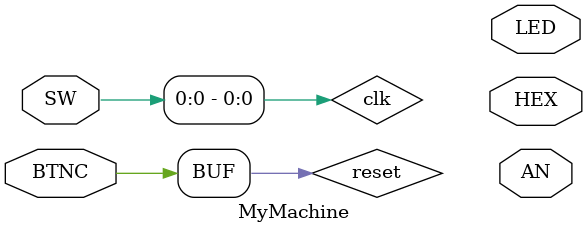
<source format=v>
`timescale 1ns / 1ps

`timescale 1 ns / 10 ps
module MyMachine(
    input  [15:0] SW,
    output [15:0] LED,
    output [7:0] AN,
    output [7:0] HEX,
    input  BTNC
);

integer numcycles;  //number of cycles in test

reg clk,reset;  //clk and reset signals

//reg[8*15:1] testcase; //name of testcase

// CPU declaration

// signals
wire [31:0] iaddr,idataout;
wire iclk;
wire [31:0] daddr,ddataout,ddatain;
wire drdclk, dwrclk, dwe;
wire [2:0]  dop;
wire [31:0] cpudbgdata;

always@(*)
begin
    clk = SW[0]; reset = BTNC;
end


//main CPU
rv32is mycpu(.clock(clk), 
             .reset(reset), 
				 .imemaddr(iaddr), .imemdataout(idataout), .imemclk(iclk), 
				 .dmemaddr(daddr), .dmemdataout(ddataout), .dmemdatain(ddatain), .dmemrdclk(drdclk), .dmemwrclk(dwrclk), .dmemop(dop), .dmemwe(dwe), 
				 .dbgdata(cpudbgdata));

				  
//instruction memory, no writing
testmem instructions(
	.address(iaddr[17:2]),
	.clock(iclk),
	.data(32'b0),
	.wren(1'b0),
	.q(idataout));
	

//data memory	
dmem datamem(.addr(daddr), 
             .dataout(ddataout), 
				 .datain(ddatain), 
				 .rdclk(drdclk), 
				 .wrclk(dwrclk), 
				 .memop(dop), 
				 .we(dwe));



endmodule
</source>
